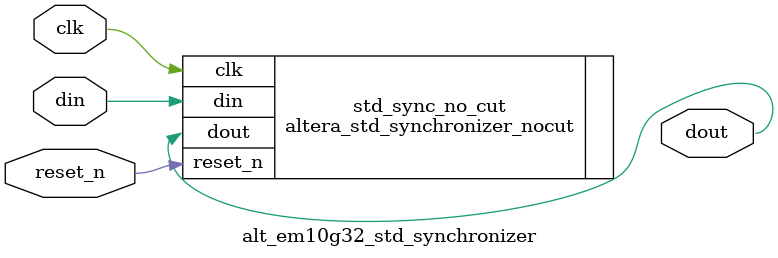
<source format=v>


`timescale 1ns / 1ns

module alt_em10g32_std_synchronizer (
                                clk, 
                                reset_n, 
                                din, 
                                dout
                                );

    // GLOBAL PARAMETER DECLARATION
    parameter depth = 3; // This value must be >= 2 !
    parameter rst_value = 0;

    // INPUT PORT DECLARATION 
    input   clk;
    input   reset_n;    
    input   din;

    // OUTPUT PORT DECLARATION 
    output  dout;

    altera_std_synchronizer_nocut #(
        .depth(depth),
        .rst_value(rst_value)
    ) std_sync_no_cut (
        .clk        (clk),
        .reset_n    (reset_n),
        .din        (din),
        .dout       (dout)
    );
   
endmodule  // alt_em10g32_std_synchronizer
// END OF MODULE
                        

</source>
